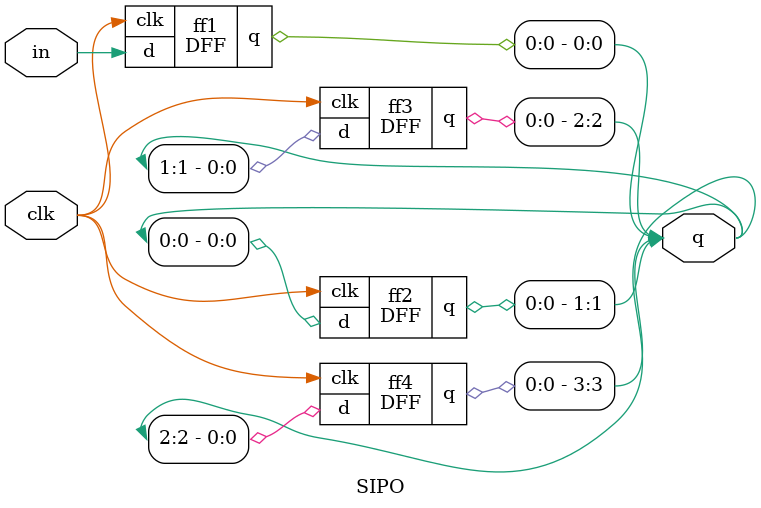
<source format=v>
`timescale 1ns / 1ps
module DFF(
    input wire d, clk,
    output reg q);
always @(posedge clk)
    q = d;
endmodule
    // Serial input - parallel output using DFF
module SIPO(
        input wire in, clk,
        output wire [3:0] q);
// signal declaration
// module instance
DFF ff1(in, clk, q[0]);
DFF ff2(q[0], clk, q[1]);
DFF ff3(q[1], clk, q[2]);
DFF ff4(q[2], clk, q[3]);
endmodule

</source>
